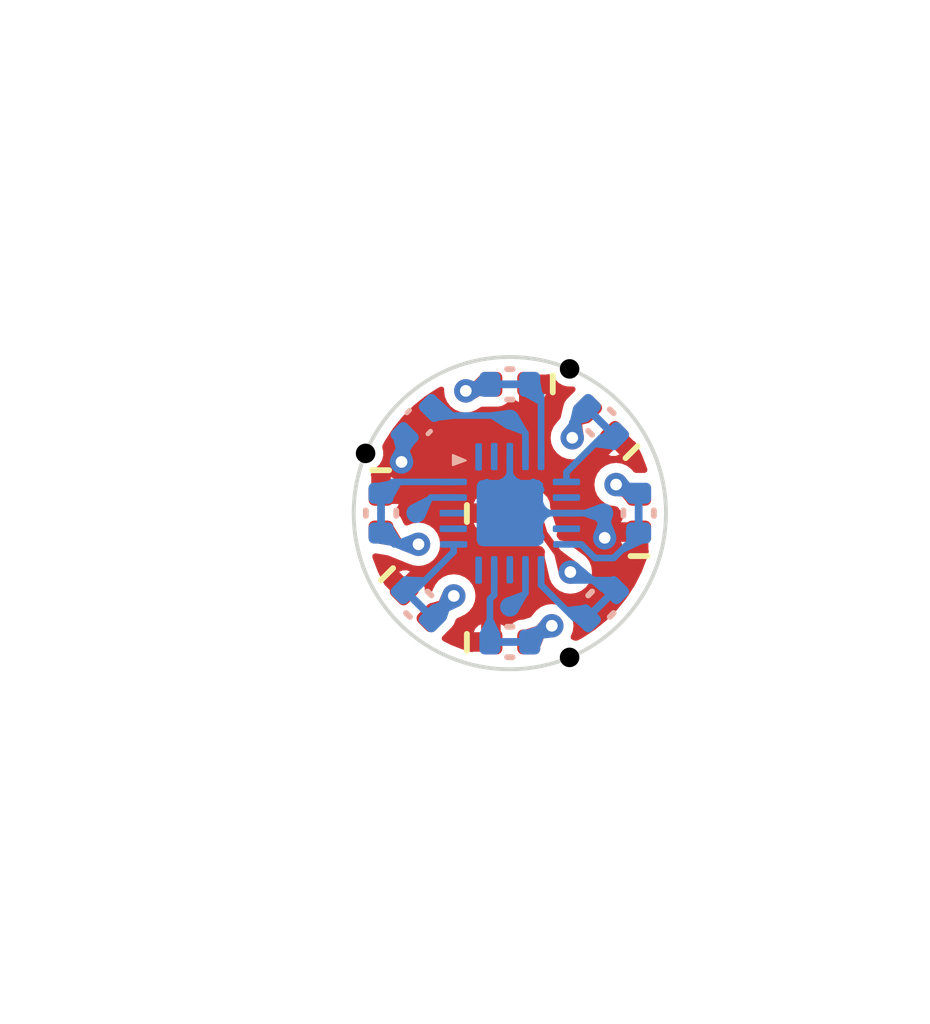
<source format=kicad_pcb>
(kicad_pcb (version 20240108) (generator "pcbnew") (generator_version "8.0")
  (layers (0 "F.Cu" signal) (31 "B.Cu" signal) (34 "B.Paste" user) (35 "F.Paste" user) (36 "B.SilkS" user "B.Silkscreen") (37 "F.SilkS" user "F.Silkscreen") (38 "B.Mask" user) (39 "F.Mask" user) (44 "Edge.Cuts" user))
  (net 0 "")
  (net 1 "+5V")
  (net 2 "GND")
  (net 3 "Net-(D2-A)")
  (net 4 "Net-(D4-A)")
  (net 5 "Net-(D5-A)")
  (net 6 "Net-(D6-A)")
  (net 7 "Net-(D7-A)")
  (net 8 "/UPDI")
  (net 9 "/Serial")
  (net 10 "Net-(U1-PA4)")
  (net 11 "Net-(U1-PA5)")
  (net 15 "Net-(D3-A)")
  (net 16 "Net-(D1-A)")
  (net 18 "Net-(U1-PC1)")
  (net 20 "Net-(U1-PB0)")
  (net 21 "Net-(U1-PA1)")
  (net 24 "Net-(U1-PB3)")
  (net 25 "Net-(U1-PB4)")
  (footprint "JSK:LED_0402_1005Metric" (layer "F.Cu") (at 120 93.3)
    (property "Reference" "D7" (hide yes))
    (property "Value" "LED_Small_Filled" (hide yes))
    (fp_line (start -1.1 -0.20625) (end -1.1 0.22625) (stroke (width 0.15)) (layer "F.SilkS"))
    (pad "1" smd roundrect (at -0.485 0) (size 0.59 0.64) (layers "F.Cu" "F.Paste" "F.Mask") (net 2 "GND"))
    (pad "2" smd roundrect (at 0.485 0) (size 0.59 0.64) (layers "F.Cu" "F.Paste" "F.Mask") (net 7 "Net-(D7-A)"))
  )
  (footprint "JSK:0.5 npth" (layer "F.Cu") (at 121.530733 86.304481)
    (property "Reference" "H1" (hide yes))
    (property "Value" "MountingHole" (hide yes))
    (pad "" np_thru_hole circle (at 0 0) (size 0.5 0.5) (drill 0.5) (layers "*.Mask"))
  )
  (footprint "JSK:0.5 npth" (layer "F.Cu") (at 116.304481 88.469266)
    (property "Reference" "H2" (hide yes))
    (property "Value" "MountingHole" (hide yes))
    (pad "" np_thru_hole circle (at 0 0) (size 0.5 0.5) (drill 0.5) (layers "*.Mask"))
  )
  (footprint "JSK:0.5 npth" (layer "F.Cu") (at 121.530733 93.695518)
    (property "Reference" "H3" (hide yes))
    (property "Value" "MountingHole" (hide yes))
    (pad "" np_thru_hole circle (at 0 0) (size 0.5 0.5) (drill 0.5) (layers "*.Mask"))
  )
  (footprint "JSK:LED_0402_1005Metric" (layer "F.Cu") (at 117.64 92.333452 -45)
    (property "Reference" "D6" (hide yes))
    (property "Value" "LED_Small_Filled" (hide yes))
    (fp_line (start -1.1 -0.20625) (end -1.1 0.226249) (stroke (width 0.15)) (layer "F.SilkS"))
    (pad "1" smd roundrect (at -0.485 0 315) (size 0.59 0.64) (layers "F.Cu" "F.Paste" "F.Mask") (net 2 "GND"))
    (pad "2" smd roundrect (at 0.485 0 315) (size 0.59 0.64) (layers "F.Cu" "F.Paste" "F.Mask") (net 6 "Net-(D6-A)"))
  )
  (footprint "kikit:Tab" (layer "F.Cu") (at 117.66 86.2 -60)
    (property "Reference" "REF**" (hide yes))
    (property "Value" "Tab")
  )
  (footprint "JSK:LED_0402_1005Metric" (layer "F.Cu") (at 116.7 90 -90)
    (property "Reference" "D5" (hide yes))
    (property "Value" "LED_Small_Filled" (hide yes))
    (fp_line (start -1.1 -0.20625) (end -1.1 0.22625) (stroke (width 0.15)) (layer "F.SilkS"))
    (pad "1" smd roundrect (at -0.485 0 270) (size 0.59 0.64) (layers "F.Cu" "F.Paste" "F.Mask") (net 2 "GND"))
    (pad "2" smd roundrect (at 0.485 0 270) (size 0.59 0.64) (layers "F.Cu" "F.Paste" "F.Mask") (net 5 "Net-(D5-A)"))
  )
  (footprint "JSK:LED_0402_1005Metric" (layer "F.Cu") (at 122.333452 87.666547 135)
    (property "Reference" "D2" (hide yes))
    (property "Value" "LED_Small_Filled" (hide yes))
    (fp_line (start -1.1 -0.20625) (end -1.1 0.226249) (stroke (width 0.15)) (layer "F.SilkS"))
    (pad "1" smd roundrect (at -0.485 0 135) (size 0.59 0.64) (layers "F.Cu" "F.Paste" "F.Mask") (net 2 "GND"))
    (pad "2" smd roundrect (at 0.485 0 135) (size 0.59 0.64) (layers "F.Cu" "F.Paste" "F.Mask") (net 3 "Net-(D2-A)"))
  )
  (footprint "kikit:Tab" (layer "F.Cu") (at 116.87 93.17 45)
    (property "Reference" "REF**" (hide yes))
    (property "Value" "Tab")
  )
  (footprint "JSK:LED_0402_1005Metric" (layer "F.Cu") (at 120 86.7 180)
    (property "Reference" "D3" (hide yes))
    (property "Value" "LED_Small_Filled" (hide yes))
    (fp_line (start -1.1 -0.20625) (end -1.1 0.22625) (stroke (width 0.15)) (layer "F.SilkS"))
    (pad "1" smd roundrect (at -0.485 0 180) (size 0.59 0.64) (layers "F.Cu" "F.Paste" "F.Mask") (net 2 "GND"))
    (pad "2" smd roundrect (at 0.485 0 180) (size 0.59 0.64) (layers "F.Cu" "F.Paste" "F.Mask") (net 15 "Net-(D3-A)"))
  )
  (footprint "JSK:LED_0402_1005Metric" (layer "F.Cu") (at 123.3 90 90)
    (property "Reference" "D1" (hide yes))
    (property "Value" "LED_Small_Filled" (hide yes))
    (fp_line (start -1.1 -0.20625) (end -1.1 0.22625) (stroke (width 0.15)) (layer "F.SilkS"))
    (pad "1" smd roundrect (at -0.485 0 90) (size 0.59 0.64) (layers "F.Cu" "F.Paste" "F.Mask") (net 2 "GND"))
    (pad "2" smd roundrect (at 0.485 0 90) (size 0.59 0.64) (layers "F.Cu" "F.Paste" "F.Mask") (net 16 "Net-(D1-A)"))
  )
  (footprint "kikit:Tab" (layer "F.Cu") (at 124.43 89.98 180)
    (property "Reference" "REF**" (hide yes))
    (property "Value" "Tab")
  )
  (footprint "JSK:LED_0402_1005Metric" (layer "F.Cu") (at 120 90)
    (property "Reference" "D4" (hide yes))
    (property "Value" "LED_Small_Filled" (hide yes))
    (fp_line (start -1.1 -0.20625) (end -1.1 0.226249) (stroke (width 0.15)) (layer "F.SilkS"))
    (pad "1" smd roundrect (at -0.485 0) (size 0.59 0.64) (layers "F.Cu" "F.Paste" "F.Mask") (net 2 "GND"))
    (pad "2" smd roundrect (at 0.485 0) (size 0.59 0.64) (layers "F.Cu" "F.Paste" "F.Mask") (net 4 "Net-(D4-A)"))
  )
  (footprint "JSK:0.5mm-pogo-pad" (layer "B.Cu") (at 122.4 90)
    (property "Reference" "TP1" (hide yes))
    (property "Value" "TestPoint" (hide yes))
    (pad "1" smd circle (at 0 0) (size 0.5 0.5) (layers "B.Cu" "B.Mask") (net 2 "GND"))
  )
  (footprint "JSK:R_0402_1005Metric_short_lines" (layer "B.Cu") (at 117.666547 87.666547 -135)
    (property "Reference" "C1" (hide yes))
    (property "Value" "0.1μF" (hide yes))
    (fp_line (start 0.05 0.38) (end -0.05 0.38) (stroke (width 0.12)) (layer "B.SilkS"))
    (fp_line (start 0.05 -0.38) (end -0.05 -0.38) (stroke (width 0.12)) (layer "B.SilkS"))
    (pad "1" smd roundrect (at -0.509999 0 225) (size 0.54 0.64) (layers "B.Cu" "B.Paste" "B.Mask") (net 1 "+5V"))
    (pad "2" smd roundrect (at 0.509999 0 225) (size 0.54 0.64) (layers "B.Cu" "B.Paste" "B.Mask") (net 2 "GND"))
  )
  (footprint "JSK:Jumpered_R_0402_1005Metric" (layer "B.Cu") (at 122.333452 87.666547 135)
    (property "Reference" "R2" (hide yes))
    (property "Value" "0" (hide yes))
    (fp_line (start 0.07 -0.39) (end -0.07 -0.39) (stroke (width 0.15)) (layer "B.SilkS"))
    (fp_line (start 0.07 0.39) (end -0.07 0.39) (stroke (width 0.15)) (layer "B.SilkS"))
    (pad "1" smd roundrect (at -0.509999 0 135) (size 0.54 0.64) (layers "B.Cu" "B.Paste" "B.Mask") (net 11 "Net-(U1-PA5)"))
    (pad "1" smd rect (at -0.14 0 135) (size 0.3 0.2) (layers "B.Cu") (net 11 "Net-(U1-PA5)"))
    (pad "2" smd rect (at 0.14 0 135) (size 0.3 0.2) (layers "B.Cu") (net 3 "Net-(D2-A)"))
    (pad "2" smd roundrect (at 0.509999 0 135) (size 0.54 0.64) (layers "B.Cu" "B.Paste" "B.Mask") (net 3 "Net-(D2-A)"))
  )
  (footprint "JSK:0.5mm-pogo-pad" (layer "B.Cu") (at 120 92.4)
    (property "Reference" "TP3" (hide yes))
    (property "Value" "TestPoint" (hide yes))
    (pad "1" smd circle (at 0 0) (size 0.5 0.5) (layers "B.Cu" "B.Mask") (net 9 "/Serial"))
  )
  (footprint "JSK:extra_clearence_VQFN-20-1EP_3x3mm_P0.4mm_EP1.7x1.7mm" (layer "B.Cu") (at 120 90 -90)
    (property "Reference" "U1" (hide yes))
    (property "Value" "ATtiny406-M" (hide yes))
    (fp_poly (pts (xy -1.35 1.13) (xy -1.49 1.459999) (xy -1.23 1.459998) (xy -1.35 1.13)) (stroke (width 0.05)) (fill solid) (layer "B.SilkS"))
    (pad "1" smd roundrect (at -1.44 0.8 180) (size 0.17 0.7) (layers "B.Cu" "B.Paste" "B.Mask"))
    (pad "2" smd roundrect (at -1.45 0.4 180) (size 0.17 0.7) (layers "B.Cu" "B.Paste" "B.Mask"))
    (pad "3" smd roundrect (at -1.45 0 180) (size 0.17 0.7) (layers "B.Cu" "B.Paste" "B.Mask") (net 2 "GND"))
    (pad "4" smd roundrect (at -1.45 -0.4 180) (size 0.17 0.7) (layers "B.Cu" "B.Paste" "B.Mask") (net 1 "+5V"))
    (pad "5" smd roundrect (at -1.45 -0.8 180) (size 0.17 0.7) (layers "B.Cu" "B.Paste" "B.Mask") (net 10 "Net-(U1-PA4)"))
    (pad "6" smd roundrect (at -0.8 -1.45 270) (size 0.17 0.7) (layers "B.Cu" "B.Paste" "B.Mask") (net 11 "Net-(U1-PA5)"))
    (pad "7" smd roundrect (at -0.4 -1.45 270) (size 0.17 0.7) (layers "B.Cu" "B.Paste" "B.Mask"))
    (pad "8" smd roundrect (at 0 -1.45 270) (size 0.17 0.7) (layers "B.Cu" "B.Paste" "B.Mask") (net 2 "GND"))
    (pad "9" smd roundrect (at 0.4 -1.45 270) (size 0.17 0.7) (layers "B.Cu" "B.Paste" "B.Mask"))
    (pad "10" smd roundrect (at 0.8 -1.459999 270) (size 0.17 0.7) (layers "B.Cu" "B.Paste" "B.Mask") (net 25 "Net-(U1-PB4)"))
    (pad "11" smd roundrect (at 1.45 -0.8 180) (size 0.17 0.7) (layers "B.Cu" "B.Paste" "B.Mask") (net 24 "Net-(U1-PB3)"))
    (pad "12" smd roundrect (at 1.45 -0.4 180) (size 0.17 0.7) (layers "B.Cu" "B.Paste" "B.Mask") (net 9 "/Serial"))
    (pad "13" smd roundrect (at 1.45 0 180) (size 0.17 0.7) (layers "B.Cu" "B.Paste" "B.Mask"))
    (pad "14" smd roundrect (at 1.45 0.4 180) (size 0.17 0.7) (layers "B.Cu" "B.Paste" "B.Mask") (net 20 "Net-(U1-PB0)"))
    (pad "15" smd roundrect (at 1.459999 0.8 180) (size 0.17 0.7) (layers "B.Cu" "B.Paste" "B.Mask"))
    (pad "16" smd roundrect (at 0.8 1.44 270) (size 0.17 0.7) (layers "B.Cu" "B.Paste" "B.Mask") (net 18 "Net-(U1-PC1)"))
    (pad "17" smd roundrect (at 0.4 1.45 270) (size 0.17 0.7) (layers "B.Cu" "B.Paste" "B.Mask"))
    (pad "18" smd roundrect (at 0 1.45 270) (size 0.17 0.7) (layers "B.Cu" "B.Paste" "B.Mask"))
    (pad "19" smd roundrect (at -0.4 1.45 270) (size 0.17 0.7) (layers "B.Cu" "B.Paste" "B.Mask") (net 8 "/UPDI"))
    (pad "20" smd roundrect (at -0.8 1.45 270) (size 0.17 0.7) (layers "B.Cu" "B.Paste" "B.Mask") (net 21 "Net-(U1-PA1)"))
    (pad "21" smd roundrect (at 0 0 270) (size 1.7 1.7) (property pad_prop_heatsink) (layers "B.Cu" "B.Mask") (roundrect_rratio 0.1) (net 2 "GND"))
  )
  (footprint "JSK:Jumpered_R_0402_1005Metric" (layer "B.Cu") (at 116.7 90 -90)
    (property "Reference" "R5" (hide yes))
    (property "Value" "0" (hide yes))
    (fp_line (start 0.07 0.39) (end -0.07 0.39) (stroke (width 0.15)) (layer "B.SilkS"))
    (fp_line (start 0.07 -0.39) (end -0.07 -0.39) (stroke (width 0.15)) (layer "B.SilkS"))
    (pad "1" smd roundrect (at -0.51 0 270) (size 0.54 0.64) (layers "B.Cu" "B.Paste" "B.Mask") (net 21 "Net-(U1-PA1)"))
    (pad "1" smd rect (at -0.14 0 270) (size 0.3 0.2) (layers "B.Cu") (net 21 "Net-(U1-PA1)"))
    (pad "2" smd rect (at 0.14 0 270) (size 0.3 0.2) (layers "B.Cu") (net 5 "Net-(D5-A)"))
    (pad "2" smd roundrect (at 0.51 0 270) (size 0.54 0.64) (layers "B.Cu" "B.Paste" "B.Mask") (net 5 "Net-(D5-A)"))
  )
  (footprint "JSK:Jumpered_R_0402_1005Metric" (layer "B.Cu") (at 120 93.3)
    (property "Reference" "R7" (hide yes))
    (property "Value" "0" (hide yes))
    (fp_line (start 0.07 -0.39) (end -0.07 -0.39) (stroke (width 0.15)) (layer "B.SilkS"))
    (fp_line (start 0.07 0.39) (end -0.07 0.39) (stroke (width 0.15)) (layer "B.SilkS"))
    (pad "1" smd roundrect (at -0.51 0) (size 0.54 0.64) (layers "B.Cu" "B.Paste" "B.Mask") (net 20 "Net-(U1-PB0)"))
    (pad "1" smd rect (at -0.14 0) (size 0.3 0.2) (layers "B.Cu") (net 20 "Net-(U1-PB0)"))
    (pad "2" smd rect (at 0.14 0) (size 0.3 0.2) (layers "B.Cu") (net 7 "Net-(D7-A)"))
    (pad "2" smd roundrect (at 0.51 0) (size 0.54 0.64) (layers "B.Cu" "B.Paste" "B.Mask") (net 7 "Net-(D7-A)"))
  )
  (footprint "JSK:Jumpered_R_0402_1005Metric" (layer "B.Cu") (at 123.3 90 90)
    (property "Reference" "R1" (hide yes))
    (property "Value" "0" (hide yes))
    (fp_line (start 0.07 -0.39) (end -0.07 -0.39) (stroke (width 0.15)) (layer "B.SilkS"))
    (fp_line (start 0.07 0.39) (end -0.07 0.39) (stroke (width 0.15)) (layer "B.SilkS"))
    (pad "1" smd roundrect (at -0.51 0 90) (size 0.54 0.64) (layers "B.Cu" "B.Paste" "B.Mask") (net 25 "Net-(U1-PB4)"))
    (pad "1" smd rect (at -0.14 0 90) (size 0.3 0.2) (layers "B.Cu") (net 25 "Net-(U1-PB4)"))
    (pad "2" smd rect (at 0.14 0 90) (size 0.3 0.2) (layers "B.Cu") (net 16 "Net-(D1-A)"))
    (pad "2" smd roundrect (at 0.51 0 90) (size 0.54 0.64) (layers "B.Cu" "B.Paste" "B.Mask") (net 16 "Net-(D1-A)"))
  )
  (footprint "JSK:Jumpered_R_0402_1005Metric" (layer "B.Cu") (at 122.333452 92.333452 45)
    (property "Reference" "R4" (hide yes))
    (property "Value" "0" (hide yes))
    (fp_line (start 0.07 -0.39) (end -0.07 -0.39) (stroke (width 0.15)) (layer "B.SilkS"))
    (fp_line (start 0.07 0.39) (end -0.07 0.39) (stroke (width 0.15)) (layer "B.SilkS"))
    (pad "1" smd roundrect (at -0.509999 0 45) (size 0.54 0.64) (layers "B.Cu" "B.Paste" "B.Mask") (net 24 "Net-(U1-PB3)"))
    (pad "1" smd rect (at -0.14 0 45) (size 0.3 0.2) (layers "B.Cu") (net 24 "Net-(U1-PB3)"))
    (pad "2" smd rect (at 0.14 0 45) (size 0.3 0.2) (layers "B.Cu") (net 4 "Net-(D4-A)"))
    (pad "2" smd roundrect (at 0.509999 0 45) (size 0.54 0.64) (layers "B.Cu" "B.Paste" "B.Mask") (net 4 "Net-(D4-A)"))
  )
  (footprint "JSK:Jumpered_R_0402_1005Metric" (layer "B.Cu") (at 117.666547 92.333452 -45)
    (property "Reference" "R6" (hide yes))
    (property "Value" "0" (hide yes))
    (fp_line (start 0.07 0.39) (end -0.07 0.39) (stroke (width 0.15)) (layer "B.SilkS"))
    (fp_line (start 0.07 -0.39) (end -0.07 -0.39) (stroke (width 0.15)) (layer "B.SilkS"))
    (pad "1" smd roundrect (at -0.509999 0 315) (size 0.54 0.64) (layers "B.Cu" "B.Paste" "B.Mask") (net 18 "Net-(U1-PC1)"))
    (pad "1" smd rect (at -0.14 0 315) (size 0.3 0.2) (layers "B.Cu") (net 18 "Net-(U1-PC1)"))
    (pad "2" smd rect (at 0.14 0 315) (size 0.3 0.2) (layers "B.Cu") (net 6 "Net-(D6-A)"))
    (pad "2" smd roundrect (at 0.509999 0 315) (size 0.54 0.64) (layers "B.Cu" "B.Paste" "B.Mask") (net 6 "Net-(D6-A)"))
  )
  (footprint "JSK:0.5mm-pogo-pad" (layer "B.Cu") (at 120 87.6)
    (property "Reference" "TP2" (hide yes))
    (property "Value" "TestPoint" (hide yes))
    (pad "1" smd circle (at 0 0) (size 0.5 0.5) (layers "B.Cu" "B.Mask") (net 1 "+5V"))
  )
  (footprint "JSK:Jumpered_R_0402_1005Metric" (layer "B.Cu") (at 120 86.7 180)
    (property "Reference" "R3" (hide yes))
    (property "Value" "0" (hide yes))
    (fp_line (start 0.07 0.39) (end -0.07 0.39) (stroke (width 0.15)) (layer "B.SilkS"))
    (fp_line (start 0.07 -0.39) (end -0.07 -0.39) (stroke (width 0.15)) (layer "B.SilkS"))
    (pad "1" smd roundrect (at -0.51 0 180) (size 0.54 0.64) (layers "B.Cu" "B.Paste" "B.Mask") (net 10 "Net-(U1-PA4)"))
    (pad "1" smd rect (at -0.14 0 180) (size 0.3 0.2) (layers "B.Cu") (net 10 "Net-(U1-PA4)"))
    (pad "2" smd rect (at 0.14 0 180) (size 0.3 0.2) (layers "B.Cu") (net 15 "Net-(D3-A)"))
    (pad "2" smd roundrect (at 0.51 0 180) (size 0.54 0.64) (layers "B.Cu" "B.Paste" "B.Mask") (net 15 "Net-(D3-A)"))
  )
  (footprint "JSK:0.5mm-pogo-pad" (layer "B.Cu") (at 117.6 90)
    (property "Reference" "TP4" (hide yes))
    (property "Value" "TestPoint" (hide yes))
    (pad "1" smd circle (at 0 0) (size 0.5 0.5) (layers "B.Cu" "B.Mask") (net 8 "/UPDI"))
  )
  (gr_circle (center 120 90) (end 124 90) (stroke (width 0.1)) (fill none) (layer "Edge.Cuts"))
  (segment (start 120.4 88.55) (end 120.4 87.95) (width 0.17) (layer "B.Cu") (net 1))
  (segment (start 120 87.55) (end 119.95 87.5) (width 0.17) (layer "B.Cu") (net 1))
  (segment (start 118.221248 87.5) (end 118.062526 87.341278) (width 0.17) (layer "B.Cu") (net 1))
  (segment (start 120.4 87.95) (end 120 87.55) (width 0.17) (layer "B.Cu") (net 1))
  (segment (start 119.95 87.5) (end 118.221248 87.5) (width 0.17) (layer "B.Cu") (net 1))
  (via (at 117.225801 88.688) (size 0.6) (drill 0.3) (layers "F.Cu" "B.Cu") (net 2))
  (via (at 122.430001 90.632857) (size 0.6) (drill 0.3) (layers "F.Cu" "B.Cu") (net 2))
  (segment (start 122.430001 90.030001) (end 122.4 90) (width 0.17) (layer "B.Cu") (net 2))
  (segment (start 121.797144 90) (end 121.45 90) (width 0.17) (layer "B.Cu") (net 2))
  (segment (start 117.225801 88.688) (end 117.225801 88.178003) (width 0.17) (layer "B.Cu") (net 2))
  (segment (start 120 88.55) (end 120 90) (width 0.17) (layer "B.Cu") (net 2))
  (segment (start 117.225801 88.178003) (end 117.420804 87.983) (width 0.17) (layer "B.Cu") (net 2))
  (segment (start 122.4 90) (end 121.45 90) (width 0.17) (layer "B.Cu") (net 2))
  (segment (start 122.430001 90.632857) (end 122.430001 90.030001) (width 0.17) (layer "B.Cu") (net 2))
  (segment (start 121.45 90) (end 120 90) (width 0.17) (layer "B.Cu") (net 2))
  (segment (start 121.599425 88.069425) (end 121.599425 87.71468) (width 0.17) (layer "F.Cu") (net 3))
  (segment (start 121.599425 87.71468) (end 121.95515 87.358955) (width 0.17) (layer "F.Cu") (net 3))
  (via (at 121.599425 88.069425) (size 0.6) (drill 0.3) (layers "F.Cu" "B.Cu") (net 3))
  (segment (start 121.599425 88.069425) (end 121.599425 87.679326) (width 0.17) (layer "B.Cu") (net 3))
  (segment (start 121.599425 87.679326) (end 121.937473 87.341278) (width 0.17) (layer "B.Cu") (net 3))
  (segment (start 121.55 91.32) (end 121.55 91.51) (width 0.17) (layer "F.Cu") (net 4))
  (segment (start 120.48 89.99) (end 121.59 91.52) (width 0.2) (layer "F.Cu") (net 4))
  (via (at 121.55 91.51) (size 0.6) (drill 0.3) (layers "F.Cu" "B.Cu") (net 4))
  (segment (start 121.55 91.49) (end 121.57 91.51) (width 0.17) (layer "B.Cu") (net 4))
  (segment (start 121.55 91.51) (end 121.55 91.49) (width 0.17) (layer "B.Cu") (net 4))
  (segment (start 121.57 91.51) (end 121.55 91.51) (width 0.17) (layer "B.Cu") (net 4))
  (segment (start 121.54 91.51) (end 122.69 91.92) (width 0.2) (layer "B.Cu") (net 4))
  (segment (start 117.062748 90.797748) (end 116.75 90.485) (width 0.17) (layer "F.Cu") (net 5))
  (segment (start 117.66 90.797748) (end 117.062748 90.797748) (width 0.17) (layer "F.Cu") (net 5))
  (via (at 117.66 90.797748) (size 0.6) (drill 0.3) (layers "F.Cu" "B.Cu") (net 5))
  (segment (start 117.037749 90.797748) (end 116.75 90.509999) (width 0.17) (layer "B.Cu") (net 5))
  (segment (start 117.66 90.797748) (end 117.037749 90.797748) (width 0.17) (layer "B.Cu") (net 5))
  (segment (start 118.565001 92.120892) (end 118.044849 92.641044) (width 0.17) (layer "F.Cu") (net 6))
  (via (at 118.565001 92.120892) (size 0.6) (drill 0.3) (layers "F.Cu" "B.Cu") (net 6))
  (segment (start 118.565001 92.120892) (end 118.565001 92.156246) (width 0.17) (layer "B.Cu") (net 6))
  (segment (start 118.565001 92.156246) (end 118.062526 92.658721) (width 0.17) (layer "B.Cu") (net 6))
  (segment (start 120.850066 92.884934) (end 120.485 93.25) (width 0.17) (layer "F.Cu") (net 7))
  (segment (start 121.075245 92.884934) (end 120.850066 92.884934) (width 0.17) (layer "F.Cu") (net 7))
  (via (at 121.075245 92.884934) (size 0.6) (drill 0.3) (layers "F.Cu" "B.Cu") (net 7))
  (segment (start 121.075245 92.884934) (end 120.875065 92.884934) (width 0.17) (layer "B.Cu") (net 7))
  (segment (start 120.875065 92.884934) (end 120.509999 93.25) (width 0.17) (layer "B.Cu") (net 7))
  (segment (start 117.98 89.6) (end 118.55 89.6) (width 0.17) (layer "B.Cu") (net 8))
  (segment (start 117.58 90) (end 117.98 89.6) (width 0.17) (layer "B.Cu") (net 8))
  (segment (start 120.4 92.05) (end 120.4 91.45) (width 0.17) (layer "B.Cu") (net 9))
  (segment (start 120 92.45) (end 120.4 92.05) (width 0.17) (layer "B.Cu") (net 9))
  (segment (start 120.56 86.75) (end 120.509999 86.75) (width 0.17) (layer "B.Cu") (net 10))
  (segment (start 120.8 88.55) (end 120.8 86.99) (width 0.17) (layer "B.Cu") (net 10))
  (segment (start 120.8 86.99) (end 120.56 86.75) (width 0.17) (layer "B.Cu") (net 10))
  (segment (start 121.45 88.95) (end 121.45 89.2) (width 0.17) (layer "B.Cu") (net 11))
  (segment (start 122.658721 88.062526) (end 122.337474 88.062526) (width 0.17) (layer "B.Cu") (net 11))
  (segment (start 122.337474 88.062526) (end 121.45 88.95) (width 0.17) (layer "B.Cu") (net 11))
  (segment (start 118.872 86.868) (end 119.347 86.868) (width 0.17) (layer "F.Cu") (net 15))
  (segment (start 119.347 86.868) (end 119.515 86.7) (width 0.17) (layer "F.Cu") (net 15))
  (via (at 118.872 86.868) (size 0.6) (drill 0.3) (layers "F.Cu" "B.Cu") (net 15))
  (segment (start 119.322 86.868) (end 119.49 86.7) (width 0.17) (layer "B.Cu") (net 15))
  (segment (start 118.872 86.868) (end 119.322 86.868) (width 0.17) (layer "B.Cu") (net 15))
  (segment (start 122.969002 89.515) (end 123.3 89.515) (width 0.17) (layer "F.Cu") (net 16))
  (segment (start 122.721398 89.267396) (end 122.969002 89.515) (width 0.17) (layer "F.Cu") (net 16))
  (via (at 122.721398 89.267396) (size 0.6) (drill 0.3) (layers "F.Cu" "B.Cu") (net 16))
  (segment (start 122.944002 89.49) (end 123.3 89.49) (width 0.17) (layer "B.Cu") (net 16))
  (segment (start 122.721398 89.267396) (end 122.944002 89.49) (width 0.17) (layer "B.Cu") (net 16))
  (segment (start 117.341278 91.937473) (end 117.612023 91.937473) (width 0.17) (layer "B.Cu") (net 18))
  (segment (start 118.56 90.989496) (end 118.56 90.8) (width 0.17) (layer "B.Cu") (net 18))
  (segment (start 117.612023 91.937473) (end 118.56 90.989496) (width 0.17) (layer "B.Cu") (net 18))
  (segment (start 119.490001 92.199999) (end 119.6 92.09) (width 0.17) (layer "B.Cu") (net 20))
  (segment (start 119.490001 93.25) (end 119.490001 92.199999) (width 0.17) (layer "B.Cu") (net 20))
  (segment (start 119.6 92.09) (end 119.6 91.45) (width 0.17) (layer "B.Cu") (net 20))
  (segment (start 116.75 89.490001) (end 116.75 89.44) (width 0.17) (layer "B.Cu") (net 21))
  (segment (start 116.99 89.2) (end 118.55 89.2) (width 0.17) (layer "B.Cu") (net 21))
  (segment (start 116.75 89.44) (end 116.99 89.2) (width 0.17) (layer "B.Cu") (net 21))
  (segment (start 120.8 91.84) (end 121.654076 92.694076) (width 0.17) (layer "B.Cu") (net 24))
  (segment (start 120.8 91.45) (end 120.8 91.84) (width 0.17) (layer "B.Cu") (net 24))
  (segment (start 121.654076 92.694076) (end 121.972828 92.694076) (width 0.17) (layer "B.Cu") (net 24))
  (segment (start 121.83 90.8) (end 122.179857 91.149857) (width 0.17) (layer "B.Cu") (net 25))
  (segment (start 122.179857 91.149857) (end 122.660143 91.149857) (width 0.17) (layer "B.Cu") (net 25))
  (segment (start 122.660143 91.149857) (end 123.3 90.51) (width 0.17) (layer "B.Cu") (net 25))
  (segment (start 121.459999 90.8) (end 121.83 90.8) (width 0.17) (layer "B.Cu") (net 25))
  (zone (net 2) (net_name "GND") (layer "F.Cu") (connect_pads (clearance 0.15)) (min_thickness 0.15) (fill yes (thermal_gap 0.15) (thermal_bridge_width 0.5))
    (polygon (pts (xy 124.01 90) (xy 123.990739 89.607931) (xy 123.933141 89.219639) (xy 123.837761 88.838861) (xy 123.705518 88.469266) (xy 123.537685 88.114413) (xy 123.335878 87.777719) (xy 123.102042 87.462427) (xy 122.838427 87.171573) (xy 122.547573 86.907958) (xy 122.232281 86.674122) (xy 121.895587 86.472315) (xy 121.540734 86.304482) (xy 121.171139 86.172239) (xy 120.790361 86.076859) (xy 120.402069 86.019261) (xy 120.01 86) (xy 119.617931 86.019261) (xy 119.229639 86.076859) (xy 118.848861 86.172239) (xy 118.479266 86.304482) (xy 118.124413 86.472315) (xy 117.787719 86.674122) (xy 117.472427 86.907958) (xy 117.181573 87.171573) (xy 116.917958 87.462427) (xy 116.684122 87.777719) (xy 116.482315 88.114413) (xy 116.314482 88.469266) (xy 116.182239 88.838861) (xy 116.086859 89.219639) (xy 116.029261 89.607931) (xy 116.01 90) (xy 116.029261 90.392069) (xy 116.086859 90.780361) (xy 116.182239 91.161139) (xy 116.314482 91.530734) (xy 116.482315 91.885587) (xy 116.684122 92.222281) (xy 116.917958 92.537573) (xy 117.181573 92.828427) (xy 117.472427 93.092042) (xy 117.787719 93.325878) (xy 118.124413 93.527685) (xy 118.479266 93.695518) (xy 118.848861 93.827761) (xy 119.229639 93.923141) (xy 119.617931 93.980739) (xy 120.01 94) (xy 120.402069 93.980739) (xy 120.790361 93.923141) (xy 121.171139 93.827761) (xy 121.540734 93.695518) (xy 121.895587 93.527685) (xy 122.232281 93.325878) (xy 122.547573 93.092042) (xy 122.838427 92.828427) (xy 123.102042 92.537573) (xy 123.335878 92.222281) (xy 123.537685 91.885587) (xy 123.705518 91.530734) (xy 123.837761 91.161139) (xy 123.933141 90.780361) (xy 123.990739 90.392069)))
  )
)
</source>
